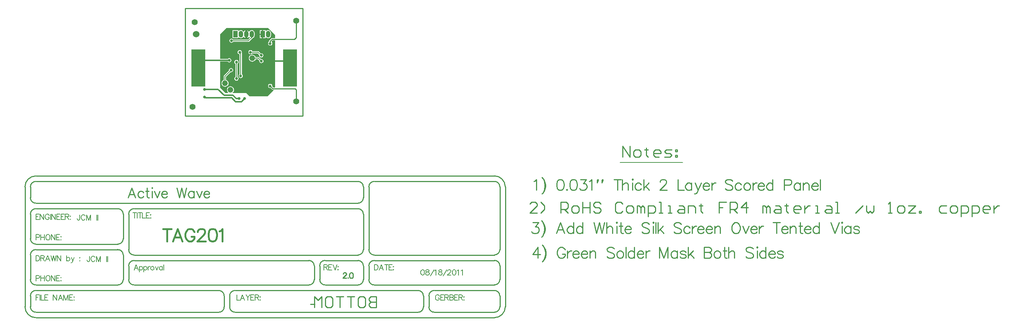
<source format=gbl>
%FSLAX25Y25*%
%MOIN*%
G70*
G01*
G75*
G04 Layer_Physical_Order=2*
G04 Layer_Color=16711680*
%ADD10R,0.03000X0.03000*%
%ADD11C,0.05000*%
%ADD12R,0.01550X0.05000*%
G04:AMPARAMS|DCode=13|XSize=39.37mil|YSize=9.84mil|CornerRadius=2.46mil|HoleSize=0mil|Usage=FLASHONLY|Rotation=0.000|XOffset=0mil|YOffset=0mil|HoleType=Round|Shape=RoundedRectangle|*
%AMROUNDEDRECTD13*
21,1,0.03937,0.00492,0,0,0.0*
21,1,0.03445,0.00984,0,0,0.0*
1,1,0.00492,0.01722,-0.00246*
1,1,0.00492,-0.01722,-0.00246*
1,1,0.00492,-0.01722,0.00246*
1,1,0.00492,0.01722,0.00246*
%
%ADD13ROUNDEDRECTD13*%
G04:AMPARAMS|DCode=14|XSize=39.37mil|YSize=9.84mil|CornerRadius=2.46mil|HoleSize=0mil|Usage=FLASHONLY|Rotation=90.000|XOffset=0mil|YOffset=0mil|HoleType=Round|Shape=RoundedRectangle|*
%AMROUNDEDRECTD14*
21,1,0.03937,0.00492,0,0,90.0*
21,1,0.03445,0.00984,0,0,90.0*
1,1,0.00492,0.00246,0.01722*
1,1,0.00492,0.00246,-0.01722*
1,1,0.00492,-0.00246,-0.01722*
1,1,0.00492,-0.00246,0.01722*
%
%ADD14ROUNDEDRECTD14*%
G04:AMPARAMS|DCode=15|XSize=25.59mil|YSize=9.84mil|CornerRadius=0mil|HoleSize=0mil|Usage=FLASHONLY|Rotation=90.000|XOffset=0mil|YOffset=0mil|HoleType=Round|Shape=Octagon|*
%AMOCTAGOND15*
4,1,8,0.00246,0.01280,-0.00246,0.01280,-0.00492,0.01034,-0.00492,-0.01034,-0.00246,-0.01280,0.00246,-0.01280,0.00492,-0.01034,0.00492,0.01034,0.00246,0.01280,0.0*
%
%ADD15OCTAGOND15*%

G04:AMPARAMS|DCode=16|XSize=25.59mil|YSize=9.84mil|CornerRadius=0mil|HoleSize=0mil|Usage=FLASHONLY|Rotation=180.000|XOffset=0mil|YOffset=0mil|HoleType=Round|Shape=Octagon|*
%AMOCTAGOND16*
4,1,8,-0.01280,0.00246,-0.01280,-0.00246,-0.01034,-0.00492,0.01034,-0.00492,0.01280,-0.00246,0.01280,0.00246,0.01034,0.00492,-0.01034,0.00492,-0.01280,0.00246,0.0*
%
%ADD16OCTAGOND16*%

%ADD17C,0.01000*%
%ADD18C,0.00800*%
%ADD19C,0.01200*%
%ADD20C,0.02000*%
%ADD21C,0.00500*%
%ADD22C,0.01500*%
%ADD23C,0.00900*%
%ADD24C,0.05200*%
%ADD25R,0.04000X0.06200*%
%ADD26O,0.04000X0.06200*%
%ADD27C,0.05500*%
%ADD28C,0.02600*%
%ADD29R,0.13000X0.34000*%
%ADD30C,0.06000*%
G36*
X82500Y74200D02*
Y71522D01*
X79600D01*
X79171Y71436D01*
X78807Y71193D01*
X78807Y71193D01*
X77107Y69493D01*
X76864Y69129D01*
X76778Y68700D01*
X76778Y68700D01*
Y68036D01*
X76530Y67870D01*
X76110Y67241D01*
X75963Y66500D01*
X76110Y65759D01*
X76530Y65130D01*
X77159Y64710D01*
X77900Y64563D01*
X78641Y64710D01*
X79270Y65130D01*
X79690Y65759D01*
X79837Y66500D01*
X79690Y67241D01*
X79270Y67870D01*
X79022Y68036D01*
Y68235D01*
X80065Y69278D01*
X82500D01*
Y26122D01*
X80865D01*
X79779Y27207D01*
X79837Y27500D01*
X79690Y28241D01*
X79270Y28870D01*
X78641Y29290D01*
X77900Y29437D01*
X77159Y29290D01*
X76530Y28870D01*
X76110Y28241D01*
X75963Y27500D01*
X76110Y26759D01*
X76530Y26130D01*
X77159Y25710D01*
X77900Y25563D01*
X78193Y25621D01*
X79607Y24207D01*
X79607Y24207D01*
X79971Y23964D01*
X80400Y23878D01*
X80725D01*
X80917Y23416D01*
X75500Y18000D01*
X59000D01*
X56000Y21000D01*
X43625D01*
X43464Y21474D01*
X43782Y21718D01*
X44295Y22386D01*
X44618Y23165D01*
X44728Y24000D01*
X44618Y24835D01*
X44295Y25614D01*
X43782Y26282D01*
X43114Y26795D01*
X42335Y27118D01*
X41500Y27228D01*
X40665Y27118D01*
X39886Y26795D01*
X39218Y26282D01*
X38705Y25614D01*
X38382Y24835D01*
X38272Y24000D01*
X38382Y23165D01*
X38705Y22386D01*
X39218Y21718D01*
X39536Y21474D01*
X39375Y21000D01*
X37000D01*
X32200Y25800D01*
Y49876D01*
X38932D01*
X39030Y49730D01*
X39659Y49310D01*
X40400Y49163D01*
X41141Y49310D01*
X41770Y49730D01*
X42190Y50359D01*
X42337Y51100D01*
X42190Y51841D01*
X41770Y52470D01*
X41141Y52890D01*
X40400Y53037D01*
X39659Y52890D01*
X39030Y52470D01*
X38932Y52324D01*
X32200D01*
Y75100D01*
X37800Y80700D01*
X76000D01*
X82500Y74200D01*
D02*
G37*
%LPC*%
G36*
X61500Y56228D02*
X60665Y56118D01*
X59886Y55795D01*
X59218Y55282D01*
X58705Y54614D01*
X58382Y53835D01*
X58272Y53000D01*
X58382Y52165D01*
X58705Y51386D01*
X59218Y50718D01*
X59886Y50205D01*
X60665Y49882D01*
X61500Y49772D01*
X62335Y49882D01*
X63114Y50205D01*
X63782Y50718D01*
X64295Y51386D01*
X64541Y51980D01*
X66778D01*
X67945Y50813D01*
X67863Y50400D01*
X68010Y49659D01*
X68430Y49030D01*
X69059Y48610D01*
X69800Y48463D01*
X70541Y48610D01*
X71170Y49030D01*
X71590Y49659D01*
X71737Y50400D01*
X71590Y51141D01*
X71170Y51770D01*
X70541Y52190D01*
X69800Y52337D01*
X69387Y52255D01*
X67921Y53721D01*
X67590Y53942D01*
X67200Y54020D01*
X64541D01*
X64295Y54614D01*
X63782Y55282D01*
X63114Y55795D01*
X62335Y56118D01*
X61500Y56228D01*
D02*
G37*
G36*
X42000Y43937D02*
X41259Y43790D01*
X40630Y43370D01*
X40210Y42741D01*
X40063Y42000D01*
X40145Y41587D01*
X35779Y37221D01*
X35558Y36890D01*
X35480Y36500D01*
Y33041D01*
X34886Y32795D01*
X34218Y32282D01*
X33705Y31614D01*
X33382Y30835D01*
X33272Y30000D01*
X33382Y29165D01*
X33705Y28386D01*
X34218Y27718D01*
X34886Y27205D01*
X35665Y26882D01*
X36500Y26772D01*
X37335Y26882D01*
X38114Y27205D01*
X38782Y27718D01*
X39295Y28386D01*
X39618Y29165D01*
X39728Y30000D01*
X39618Y30835D01*
X39295Y31614D01*
X38782Y32282D01*
X38114Y32795D01*
X37520Y33041D01*
Y36078D01*
X41587Y40145D01*
X42000Y40063D01*
X42741Y40210D01*
X43370Y40630D01*
X43790Y41259D01*
X43937Y42000D01*
X43790Y42741D01*
X43370Y43370D01*
X42741Y43790D01*
X42000Y43937D01*
D02*
G37*
G36*
X47000Y51437D02*
X46259Y51290D01*
X45630Y50870D01*
X45210Y50241D01*
X45063Y49500D01*
X45210Y48759D01*
X45630Y48130D01*
X45980Y47896D01*
Y35904D01*
X45630Y35670D01*
X45210Y35041D01*
X45063Y34300D01*
X45210Y33559D01*
X45630Y32930D01*
X46259Y32510D01*
X47000Y32363D01*
X47741Y32510D01*
X48370Y32930D01*
X48790Y33559D01*
X48937Y34300D01*
X48790Y35041D01*
X48370Y35670D01*
X48020Y35904D01*
Y47896D01*
X48370Y48130D01*
X48790Y48759D01*
X48937Y49500D01*
X48790Y50241D01*
X48370Y50870D01*
X47741Y51290D01*
X47000Y51437D01*
D02*
G37*
G36*
X50000Y60437D02*
X49259Y60290D01*
X48630Y59870D01*
X48210Y59241D01*
X48063Y58500D01*
X48210Y57759D01*
X48630Y57130D01*
X49259Y56710D01*
X49880Y56587D01*
Y38404D01*
X49530Y38170D01*
X49110Y37541D01*
X48963Y36800D01*
X49110Y36059D01*
X49530Y35430D01*
X50159Y35010D01*
X50900Y34863D01*
X51641Y35010D01*
X52270Y35430D01*
X52690Y36059D01*
X52837Y36800D01*
X52690Y37541D01*
X52270Y38170D01*
X51920Y38404D01*
Y57600D01*
X51842Y57990D01*
X51837Y57997D01*
X51937Y58500D01*
X51790Y59241D01*
X51370Y59870D01*
X50741Y60290D01*
X50000Y60437D01*
D02*
G37*
G36*
X59900D02*
X59159Y60290D01*
X58530Y59870D01*
X58110Y59241D01*
X57963Y58500D01*
X58110Y57759D01*
X58530Y57130D01*
X59159Y56710D01*
X59900Y56563D01*
X60641Y56710D01*
X61270Y57130D01*
X61504Y57480D01*
X66341D01*
X67845Y55976D01*
X67763Y55563D01*
X67910Y54822D01*
X68330Y54193D01*
X68959Y53773D01*
X69700Y53626D01*
X70441Y53773D01*
X71070Y54193D01*
X71490Y54822D01*
X71637Y55563D01*
X71490Y56304D01*
X71070Y56933D01*
X70441Y57353D01*
X69700Y57500D01*
X69287Y57418D01*
X67484Y59221D01*
X67153Y59442D01*
X66763Y59520D01*
X61504D01*
X61270Y59870D01*
X60641Y60290D01*
X59900Y60437D01*
D02*
G37*
G36*
X51000Y78722D02*
X50321Y78633D01*
X49689Y78371D01*
X49146Y77954D01*
X49073Y77860D01*
X48600Y78021D01*
Y78700D01*
X43400D01*
Y71300D01*
X48600D01*
Y71979D01*
X49073Y72140D01*
X49146Y72046D01*
X49689Y71629D01*
X50321Y71367D01*
X51000Y71278D01*
X51679Y71367D01*
X52311Y71629D01*
X52854Y72046D01*
X53250Y72561D01*
X53750D01*
X54146Y72046D01*
X54689Y71629D01*
X55321Y71367D01*
X55500Y71343D01*
Y74999D01*
Y78657D01*
X55321Y78633D01*
X54689Y78371D01*
X54146Y77954D01*
X53750Y77439D01*
X53250D01*
X52854Y77954D01*
X52311Y78371D01*
X51679Y78633D01*
X51000Y78722D01*
D02*
G37*
G36*
X76000D02*
X75321Y78633D01*
X74689Y78371D01*
X74146Y77954D01*
X74073Y77860D01*
X73600Y78021D01*
Y78700D01*
X71500D01*
Y74999D01*
Y71300D01*
X73600D01*
Y71979D01*
X74073Y72140D01*
X74146Y72046D01*
X74689Y71629D01*
X75321Y71367D01*
X76000Y71278D01*
X76679Y71367D01*
X77311Y71629D01*
X77854Y72046D01*
X78271Y72589D01*
X78533Y73221D01*
X78622Y73900D01*
Y76100D01*
X78533Y76779D01*
X78271Y77411D01*
X77854Y77954D01*
X77311Y78371D01*
X76679Y78633D01*
X76000Y78722D01*
D02*
G37*
G36*
X61000D02*
X60321Y78633D01*
X59689Y78371D01*
X59146Y77954D01*
X58750Y77439D01*
X58250D01*
X57854Y77954D01*
X57311Y78371D01*
X56679Y78633D01*
X56500Y78657D01*
Y74999D01*
Y71343D01*
X56679Y71367D01*
X57311Y71629D01*
X57854Y72046D01*
X58250Y72561D01*
X58750D01*
X59146Y72046D01*
X59168Y71710D01*
X57478Y70020D01*
X44004D01*
X43770Y70370D01*
X43141Y70790D01*
X42400Y70937D01*
X41659Y70790D01*
X41030Y70370D01*
X40610Y69741D01*
X40463Y69000D01*
X40610Y68259D01*
X41030Y67630D01*
X41659Y67210D01*
X42400Y67063D01*
X43141Y67210D01*
X43770Y67630D01*
X44004Y67980D01*
X57900D01*
X58290Y68058D01*
X58621Y68279D01*
Y68279D01*
X58621D01*
D01*
D01*
D01*
D01*
D01*
D01*
X58621D01*
D01*
X58621D01*
Y68279D01*
D01*
D01*
D01*
D01*
Y68279D01*
D01*
D01*
D01*
D01*
D01*
D01*
Y68279D01*
D01*
D01*
X58621D01*
D01*
D01*
D01*
X61721Y71379D01*
X61726Y71386D01*
X62311Y71629D01*
X62854Y72046D01*
X63271Y72589D01*
X63533Y73221D01*
X63622Y73900D01*
Y76100D01*
X63533Y76779D01*
X63271Y77411D01*
X62854Y77954D01*
X62311Y78371D01*
X61679Y78633D01*
X61000Y78722D01*
D02*
G37*
G36*
X70500Y74500D02*
X68400D01*
Y71300D01*
X70500D01*
Y74500D01*
D02*
G37*
G36*
Y78700D02*
X68400D01*
Y75500D01*
X70500D01*
Y78700D01*
D02*
G37*
%LPD*%
D17*
X100000Y70400D02*
X101700Y72100D01*
X79600Y70400D02*
X100000D01*
X77900Y68700D02*
X79600Y70400D01*
X101700Y72100D02*
Y87500D01*
X77900Y27500D02*
X80400Y25000D01*
X100700D01*
X101700Y13500D02*
Y24000D01*
X100700Y25000D02*
X101700Y24000D01*
X77900Y66500D02*
Y68700D01*
X175200Y-165503D02*
Y-175500D01*
X170202D01*
X168535Y-173834D01*
Y-172168D01*
X170202Y-170502D01*
X175200D01*
X170202D01*
X168535Y-168835D01*
Y-167169D01*
X170202Y-165503D01*
X175200D01*
X160205D02*
X163537D01*
X165203Y-167169D01*
Y-173834D01*
X163537Y-175500D01*
X160205D01*
X158539Y-173834D01*
Y-167169D01*
X160205Y-165503D01*
X155207D02*
X148542D01*
X151874D01*
Y-175500D01*
X145210Y-165503D02*
X138545D01*
X141877D01*
Y-175500D01*
X130215Y-165503D02*
X133547D01*
X135213Y-167169D01*
Y-173834D01*
X133547Y-175500D01*
X130215D01*
X128548Y-173834D01*
Y-167169D01*
X130215Y-165503D01*
X125216Y-175500D02*
Y-165503D01*
X121884Y-168835D01*
X118552Y-165503D01*
Y-175500D01*
X0Y98803D02*
X107753D01*
Y-100D02*
Y98803D01*
X114695Y-172498D02*
X118632D01*
X0Y-100D02*
Y98800D01*
Y-100D02*
X107753D01*
X288306Y-137340D02*
G03*
X283406Y-132440I-4900J0D01*
G01*
X173240Y-132514D02*
G03*
X168240Y-137514I0J-5000D01*
G01*
X283306Y-127440D02*
G03*
X288306Y-122440I0J5000D01*
G01*
X168240Y-122514D02*
G03*
X173240Y-127514I5000J0D01*
G01*
X-136760Y-55014D02*
G03*
X-146760Y-65014I0J-10000D01*
G01*
Y-174914D02*
G03*
X-136837Y-185012I10100J0D01*
G01*
X293238Y-64957D02*
G03*
X283238Y-54957I-10000J0D01*
G01*
X288238Y-64857D02*
G03*
X283167Y-59960I-4900J0D01*
G01*
X283306Y-154940D02*
G03*
X288306Y-149940I0J5000D01*
G01*
X288240Y-164927D02*
G03*
X283240Y-160013I-5000J-87D01*
G01*
X158240Y-155014D02*
G03*
X163240Y-150014I0J5000D01*
G01*
X168240Y-150114D02*
G03*
X173225Y-155013I4900J0D01*
G01*
X163240Y-137414D02*
G03*
X158340Y-132514I-4900J0D01*
G01*
X-141760Y-175014D02*
G03*
X-136848Y-180013I5000J0D01*
G01*
X158327Y-127514D02*
G03*
X163241Y-122514I-87J5000D01*
G01*
X-136760Y-160014D02*
G03*
X-141760Y-165014I0J-5000D01*
G01*
X163240Y-90014D02*
G03*
X158240Y-85014I-5000J0D01*
G01*
Y-80014D02*
G03*
X163240Y-75014I0J5000D01*
G01*
X173240Y-60014D02*
G03*
X168240Y-65014I0J-5000D01*
G01*
X163240Y-65014D02*
G03*
X158240Y-60014I-5000J0D01*
G01*
X-136760Y-60014D02*
G03*
X-141760Y-65014I0J-5000D01*
G01*
Y-75014D02*
G03*
X-136760Y-80014I5000J0D01*
G01*
Y-85014D02*
G03*
X-141760Y-90014I0J-5000D01*
G01*
Y-112514D02*
G03*
X-136760Y-117514I5000J0D01*
G01*
Y-122514D02*
G03*
X-141760Y-127514I0J-5000D01*
G01*
X-141760Y-150014D02*
G03*
X-136848Y-155013I5000J0D01*
G01*
X-46760Y-85014D02*
G03*
X-51760Y-90014I0J-5000D01*
G01*
X-46760Y-132514D02*
G03*
X-51760Y-137514I0J-5000D01*
G01*
X128040Y-132514D02*
G03*
X123246Y-137565I0J-4800D01*
G01*
X123240Y-149914D02*
G03*
X128251Y-155013I5100J0D01*
G01*
X113340Y-155014D02*
G03*
X118239Y-150029I0J4900D01*
G01*
X118240Y-137414D02*
G03*
X113340Y-132514I-4900J0D01*
G01*
X-61660Y-155014D02*
G03*
X-56760Y-150114I0J4900D01*
G01*
X-51760D02*
G03*
X-46860Y-155014I4900J0D01*
G01*
X-51760Y-122614D02*
G03*
X-46860Y-127514I4900J0D01*
G01*
X-56760Y-127414D02*
G03*
X-61831Y-122517I-4900J0D01*
G01*
X-61560Y-117514D02*
G03*
X-56760Y-112714I0J4800D01*
G01*
Y-89914D02*
G03*
X-61660Y-85014I-4900J0D01*
G01*
X228240Y-160014D02*
G03*
X223240Y-165014I0J-5000D01*
G01*
Y-175114D02*
G03*
X228225Y-180013I4900J0D01*
G01*
X213356Y-180014D02*
G03*
X218238Y-175047I84J4800D01*
G01*
X218240Y-165014D02*
G03*
X213240Y-160014I-5000J0D01*
G01*
X40740Y-175014D02*
G03*
X45652Y-180013I5000J0D01*
G01*
X45740Y-160014D02*
G03*
X40740Y-165014I0J-5000D01*
G01*
X30856Y-180014D02*
G03*
X35738Y-175047I84J4800D01*
G01*
X35740Y-165014D02*
G03*
X30740Y-160014I-5000J0D01*
G01*
X283240Y-180014D02*
G03*
X288240Y-175014I0J5000D01*
G01*
X283240Y-185014D02*
G03*
X293240Y-175014I0J10000D01*
G01*
X45740Y-180014D02*
X213240D01*
X-136760Y-180014D02*
X30740D01*
X-136760Y-160014D02*
X30740D01*
X45740D02*
X213240D01*
X228240Y-180014D02*
X283240D01*
X228240Y-160014D02*
X283240D01*
X-136760Y-60014D02*
X158240D01*
X-136760Y-185014D02*
X283240D01*
X-136760Y-155014D02*
X-61760D01*
X-136760Y-122514D02*
X-61760D01*
X-136760Y-117514D02*
X-61760D01*
X-136760Y-85014D02*
X-61760D01*
X-136760Y-80014D02*
X158240D01*
X-46760Y-85014D02*
X158240D01*
X-46760Y-132514D02*
X113240D01*
X-46760Y-155014D02*
X113240D01*
X128240D02*
X158240D01*
X128240Y-132514D02*
X158240D01*
X173240Y-155014D02*
X283240D01*
X173240Y-60014D02*
X283240D01*
X-46760Y-127514D02*
X158240D01*
X173240D02*
X283240D01*
X173240Y-132514D02*
X283240D01*
X35740Y-175014D02*
Y-165014D01*
X40740Y-175014D02*
Y-165014D01*
X218240Y-175014D02*
Y-165014D01*
X223240Y-175014D02*
Y-165014D01*
X293240Y-175014D02*
Y-65014D01*
X-141760Y-150014D02*
Y-127514D01*
X-56760Y-150014D02*
Y-127514D01*
X-141760Y-112514D02*
Y-90014D01*
X-56760Y-112514D02*
Y-90014D01*
X-141760Y-75014D02*
Y-65014D01*
X163240Y-75014D02*
Y-65014D01*
Y-122514D02*
Y-90014D01*
X-51760Y-122514D02*
Y-90014D01*
X118240Y-150014D02*
Y-137514D01*
X-51760Y-150014D02*
Y-137514D01*
X123240Y-150014D02*
Y-137514D01*
X163240Y-150014D02*
Y-137514D01*
X-141760Y-175014D02*
Y-165014D01*
X-146760Y-175014D02*
Y-65014D01*
X168240Y-122514D02*
Y-65014D01*
X288240Y-122514D02*
Y-65014D01*
X168240Y-150014D02*
Y-137514D01*
X288306Y-149940D02*
Y-137340D01*
X-136760Y-55014D02*
X283240D01*
X288240Y-175014D02*
Y-165014D01*
X323027Y-120328D02*
X318266Y-126993D01*
X325408D01*
X323027Y-120328D02*
Y-130326D01*
X327169Y-118424D02*
X328121Y-119376D01*
X329073Y-120804D01*
X330026Y-122709D01*
X330502Y-125089D01*
Y-126993D01*
X330026Y-129374D01*
X329073Y-131278D01*
X328121Y-132706D01*
X327169Y-133659D01*
X328121Y-119376D02*
X329073Y-121280D01*
X329549Y-122709D01*
X330026Y-125089D01*
Y-126993D01*
X329549Y-129374D01*
X329073Y-130802D01*
X328121Y-132706D01*
X347926Y-122709D02*
X347450Y-121756D01*
X346498Y-120804D01*
X345546Y-120328D01*
X343642D01*
X342689Y-120804D01*
X341737Y-121756D01*
X341261Y-122709D01*
X340785Y-124137D01*
Y-126517D01*
X341261Y-127945D01*
X341737Y-128898D01*
X342689Y-129850D01*
X343642Y-130326D01*
X345546D01*
X346498Y-129850D01*
X347450Y-128898D01*
X347926Y-127945D01*
Y-126517D01*
X345546D02*
X347926D01*
X350212Y-123661D02*
Y-130326D01*
Y-126517D02*
X350688Y-125089D01*
X351640Y-124137D01*
X352592Y-123661D01*
X354020D01*
X354925Y-126517D02*
X360638D01*
Y-125565D01*
X360162Y-124613D01*
X359686Y-124137D01*
X358734Y-123661D01*
X357305D01*
X356353Y-124137D01*
X355401Y-125089D01*
X354925Y-126517D01*
Y-127470D01*
X355401Y-128898D01*
X356353Y-129850D01*
X357305Y-130326D01*
X358734D01*
X359686Y-129850D01*
X360638Y-128898D01*
X362780Y-126517D02*
X368494D01*
Y-125565D01*
X368017Y-124613D01*
X367541Y-124137D01*
X366589Y-123661D01*
X365161D01*
X364209Y-124137D01*
X363257Y-125089D01*
X362780Y-126517D01*
Y-127470D01*
X363257Y-128898D01*
X364209Y-129850D01*
X365161Y-130326D01*
X366589D01*
X367541Y-129850D01*
X368494Y-128898D01*
X370636Y-123661D02*
Y-130326D01*
Y-125565D02*
X372064Y-124137D01*
X373016Y-123661D01*
X374445D01*
X375397Y-124137D01*
X375873Y-125565D01*
Y-130326D01*
X393012Y-121756D02*
X392060Y-120804D01*
X390632Y-120328D01*
X388727D01*
X387299Y-120804D01*
X386347Y-121756D01*
Y-122709D01*
X386823Y-123661D01*
X387299Y-124137D01*
X388251Y-124613D01*
X391108Y-125565D01*
X392060Y-126041D01*
X392536Y-126517D01*
X393012Y-127470D01*
Y-128898D01*
X392060Y-129850D01*
X390632Y-130326D01*
X388727D01*
X387299Y-129850D01*
X386347Y-128898D01*
X397630Y-123661D02*
X396678Y-124137D01*
X395726Y-125089D01*
X395250Y-126517D01*
Y-127470D01*
X395726Y-128898D01*
X396678Y-129850D01*
X397630Y-130326D01*
X399058D01*
X400010Y-129850D01*
X400963Y-128898D01*
X401439Y-127470D01*
Y-126517D01*
X400963Y-125089D01*
X400010Y-124137D01*
X399058Y-123661D01*
X397630D01*
X403629Y-120328D02*
Y-130326D01*
X411437Y-120328D02*
Y-130326D01*
Y-125089D02*
X410485Y-124137D01*
X409532Y-123661D01*
X408104D01*
X407152Y-124137D01*
X406200Y-125089D01*
X405724Y-126517D01*
Y-127470D01*
X406200Y-128898D01*
X407152Y-129850D01*
X408104Y-130326D01*
X409532D01*
X410485Y-129850D01*
X411437Y-128898D01*
X414103Y-126517D02*
X419816D01*
Y-125565D01*
X419340Y-124613D01*
X418864Y-124137D01*
X417911Y-123661D01*
X416483D01*
X415531Y-124137D01*
X414579Y-125089D01*
X414103Y-126517D01*
Y-127470D01*
X414579Y-128898D01*
X415531Y-129850D01*
X416483Y-130326D01*
X417911D01*
X418864Y-129850D01*
X419816Y-128898D01*
X421958Y-123661D02*
Y-130326D01*
Y-126517D02*
X422434Y-125089D01*
X423386Y-124137D01*
X424339Y-123661D01*
X425767D01*
X434527Y-120328D02*
Y-130326D01*
Y-120328D02*
X438336Y-130326D01*
X442144Y-120328D02*
X438336Y-130326D01*
X442144Y-120328D02*
Y-130326D01*
X450714Y-123661D02*
Y-130326D01*
Y-125089D02*
X449762Y-124137D01*
X448810Y-123661D01*
X447381D01*
X446429Y-124137D01*
X445477Y-125089D01*
X445001Y-126517D01*
Y-127470D01*
X445477Y-128898D01*
X446429Y-129850D01*
X447381Y-130326D01*
X448810D01*
X449762Y-129850D01*
X450714Y-128898D01*
X458617Y-125089D02*
X458141Y-124137D01*
X456713Y-123661D01*
X455284D01*
X453856Y-124137D01*
X453380Y-125089D01*
X453856Y-126041D01*
X454808Y-126517D01*
X457189Y-126993D01*
X458141Y-127470D01*
X458617Y-128422D01*
Y-128898D01*
X458141Y-129850D01*
X456713Y-130326D01*
X455284D01*
X453856Y-129850D01*
X453380Y-128898D01*
X460712Y-120328D02*
Y-130326D01*
X465473Y-123661D02*
X460712Y-128422D01*
X462616Y-126517D02*
X465949Y-130326D01*
X475375Y-120328D02*
Y-130326D01*
Y-120328D02*
X479660D01*
X481088Y-120804D01*
X481565Y-121280D01*
X482041Y-122232D01*
Y-123185D01*
X481565Y-124137D01*
X481088Y-124613D01*
X479660Y-125089D01*
X475375D02*
X479660D01*
X481088Y-125565D01*
X481565Y-126041D01*
X482041Y-126993D01*
Y-128422D01*
X481565Y-129374D01*
X481088Y-129850D01*
X479660Y-130326D01*
X475375D01*
X486659Y-123661D02*
X485707Y-124137D01*
X484754Y-125089D01*
X484278Y-126517D01*
Y-127470D01*
X484754Y-128898D01*
X485707Y-129850D01*
X486659Y-130326D01*
X488087D01*
X489039Y-129850D01*
X489991Y-128898D01*
X490467Y-127470D01*
Y-126517D01*
X489991Y-125089D01*
X489039Y-124137D01*
X488087Y-123661D01*
X486659D01*
X494086Y-120328D02*
Y-128422D01*
X494562Y-129850D01*
X495514Y-130326D01*
X496466D01*
X492657Y-123661D02*
X495990D01*
X497894Y-120328D02*
Y-130326D01*
Y-125565D02*
X499323Y-124137D01*
X500275Y-123661D01*
X501703D01*
X502655Y-124137D01*
X503131Y-125565D01*
Y-130326D01*
X520270Y-121756D02*
X519318Y-120804D01*
X517890Y-120328D01*
X515986D01*
X514557Y-120804D01*
X513605Y-121756D01*
Y-122709D01*
X514081Y-123661D01*
X514557Y-124137D01*
X515510Y-124613D01*
X518366Y-125565D01*
X519318Y-126041D01*
X519794Y-126517D01*
X520270Y-127470D01*
Y-128898D01*
X519318Y-129850D01*
X517890Y-130326D01*
X515986D01*
X514557Y-129850D01*
X513605Y-128898D01*
X523460Y-120328D02*
X523936Y-120804D01*
X524412Y-120328D01*
X523936Y-119852D01*
X523460Y-120328D01*
X523936Y-123661D02*
Y-130326D01*
X531887Y-120328D02*
Y-130326D01*
Y-125089D02*
X530935Y-124137D01*
X529983Y-123661D01*
X528554D01*
X527602Y-124137D01*
X526650Y-125089D01*
X526174Y-126517D01*
Y-127470D01*
X526650Y-128898D01*
X527602Y-129850D01*
X528554Y-130326D01*
X529983D01*
X530935Y-129850D01*
X531887Y-128898D01*
X534553Y-126517D02*
X540266D01*
Y-125565D01*
X539790Y-124613D01*
X539314Y-124137D01*
X538362Y-123661D01*
X536934D01*
X535981Y-124137D01*
X535029Y-125089D01*
X534553Y-126517D01*
Y-127470D01*
X535029Y-128898D01*
X535981Y-129850D01*
X536934Y-130326D01*
X538362D01*
X539314Y-129850D01*
X540266Y-128898D01*
X547646Y-125089D02*
X547169Y-124137D01*
X545741Y-123661D01*
X544313D01*
X542885Y-124137D01*
X542409Y-125089D01*
X542885Y-126041D01*
X543837Y-126517D01*
X546217Y-126993D01*
X547169Y-127470D01*
X547646Y-128422D01*
Y-128898D01*
X547169Y-129850D01*
X545741Y-130326D01*
X544313D01*
X542885Y-129850D01*
X542409Y-128898D01*
X400874Y-37626D02*
Y-27629D01*
X407538Y-37626D01*
Y-27629D01*
X412537Y-37626D02*
X415869D01*
X417535Y-35960D01*
Y-32628D01*
X415869Y-30962D01*
X412537D01*
X410871Y-32628D01*
Y-35960D01*
X412537Y-37626D01*
X422533Y-29295D02*
Y-30962D01*
X420867D01*
X424199D01*
X422533D01*
Y-35960D01*
X424199Y-37626D01*
X434196D02*
X430864D01*
X429198Y-35960D01*
Y-32628D01*
X430864Y-30962D01*
X434196D01*
X435862Y-32628D01*
Y-34294D01*
X429198D01*
X439195Y-37626D02*
X444193D01*
X445859Y-35960D01*
X444193Y-34294D01*
X440861D01*
X439195Y-32628D01*
X440861Y-30962D01*
X445859D01*
X449192D02*
X450858D01*
Y-32628D01*
X449192D01*
Y-30962D01*
Y-35960D02*
X450858D01*
Y-37626D01*
X449192D01*
Y-35960D01*
X319372Y-60042D02*
X320324Y-59566D01*
X321753Y-58138D01*
Y-68135D01*
X326704Y-56233D02*
X327656Y-57185D01*
X328608Y-58614D01*
X329560Y-60518D01*
X330037Y-62898D01*
Y-64803D01*
X329560Y-67183D01*
X328608Y-69087D01*
X327656Y-70516D01*
X326704Y-71468D01*
X327656Y-57185D02*
X328608Y-59090D01*
X329084Y-60518D01*
X329560Y-62898D01*
Y-64803D01*
X329084Y-67183D01*
X328608Y-68611D01*
X327656Y-70516D01*
X343177Y-58138D02*
X341748Y-58614D01*
X340796Y-60042D01*
X340320Y-62422D01*
Y-63850D01*
X340796Y-66231D01*
X341748Y-67659D01*
X343177Y-68135D01*
X344129D01*
X345557Y-67659D01*
X346509Y-66231D01*
X346985Y-63850D01*
Y-62422D01*
X346509Y-60042D01*
X345557Y-58614D01*
X344129Y-58138D01*
X343177D01*
X349699Y-67183D02*
X349223Y-67659D01*
X349699Y-68135D01*
X350175Y-67659D01*
X349699Y-67183D01*
X355222Y-58138D02*
X353793Y-58614D01*
X352841Y-60042D01*
X352365Y-62422D01*
Y-63850D01*
X352841Y-66231D01*
X353793Y-67659D01*
X355222Y-68135D01*
X356174D01*
X357602Y-67659D01*
X358554Y-66231D01*
X359030Y-63850D01*
Y-62422D01*
X358554Y-60042D01*
X357602Y-58614D01*
X356174Y-58138D01*
X355222D01*
X362220D02*
X367457D01*
X364601Y-61946D01*
X366029D01*
X366981Y-62422D01*
X367457Y-62898D01*
X367933Y-64327D01*
Y-65279D01*
X367457Y-66707D01*
X366505Y-67659D01*
X365077Y-68135D01*
X363648D01*
X362220Y-67659D01*
X361744Y-67183D01*
X361268Y-66231D01*
X370171Y-60042D02*
X371123Y-59566D01*
X372551Y-58138D01*
Y-68135D01*
X377979Y-58138D02*
X377503Y-58614D01*
Y-61470D01*
X377979Y-58614D02*
X377503Y-61470D01*
X377979Y-58138D02*
X378455Y-58614D01*
X377503Y-61470D01*
X382263Y-58138D02*
X381787Y-58614D01*
Y-61470D01*
X382263Y-58614D02*
X381787Y-61470D01*
X382263Y-58138D02*
X382740Y-58614D01*
X381787Y-61470D01*
X396022Y-58138D02*
Y-68135D01*
X392690Y-58138D02*
X399355D01*
X400545D02*
Y-68135D01*
Y-63374D02*
X401973Y-61946D01*
X402926Y-61470D01*
X404354D01*
X405306Y-61946D01*
X405782Y-63374D01*
Y-68135D01*
X409353Y-58138D02*
X409829Y-58614D01*
X410305Y-58138D01*
X409829Y-57661D01*
X409353Y-58138D01*
X409829Y-61470D02*
Y-68135D01*
X417780Y-62898D02*
X416827Y-61946D01*
X415875Y-61470D01*
X414447D01*
X413495Y-61946D01*
X412543Y-62898D01*
X412067Y-64327D01*
Y-65279D01*
X412543Y-66707D01*
X413495Y-67659D01*
X414447Y-68135D01*
X415875D01*
X416827Y-67659D01*
X417780Y-66707D01*
X419922Y-58138D02*
Y-68135D01*
X424683Y-61470D02*
X419922Y-66231D01*
X421826Y-64327D02*
X425159Y-68135D01*
X435062Y-60518D02*
Y-60042D01*
X435538Y-59090D01*
X436014Y-58614D01*
X436966Y-58138D01*
X438870D01*
X439823Y-58614D01*
X440299Y-59090D01*
X440775Y-60042D01*
Y-60994D01*
X440299Y-61946D01*
X439347Y-63374D01*
X434586Y-68135D01*
X441251D01*
X451344Y-58138D02*
Y-68135D01*
X457057D01*
X463865Y-61470D02*
Y-68135D01*
Y-62898D02*
X462913Y-61946D01*
X461961Y-61470D01*
X460532D01*
X459580Y-61946D01*
X458628Y-62898D01*
X458152Y-64327D01*
Y-65279D01*
X458628Y-66707D01*
X459580Y-67659D01*
X460532Y-68135D01*
X461961D01*
X462913Y-67659D01*
X463865Y-66707D01*
X467007Y-61470D02*
X469864Y-68135D01*
X472720Y-61470D02*
X469864Y-68135D01*
X468912Y-70040D01*
X467959Y-70992D01*
X467007Y-71468D01*
X466531D01*
X474387Y-64327D02*
X480100D01*
Y-63374D01*
X479624Y-62422D01*
X479147Y-61946D01*
X478195Y-61470D01*
X476767D01*
X475815Y-61946D01*
X474863Y-62898D01*
X474387Y-64327D01*
Y-65279D01*
X474863Y-66707D01*
X475815Y-67659D01*
X476767Y-68135D01*
X478195D01*
X479147Y-67659D01*
X480100Y-66707D01*
X482242Y-61470D02*
Y-68135D01*
Y-64327D02*
X482718Y-62898D01*
X483670Y-61946D01*
X484622Y-61470D01*
X486051D01*
X501476Y-59566D02*
X500524Y-58614D01*
X499096Y-58138D01*
X497191D01*
X495763Y-58614D01*
X494811Y-59566D01*
Y-60518D01*
X495287Y-61470D01*
X495763Y-61946D01*
X496715Y-62422D01*
X499572Y-63374D01*
X500524Y-63850D01*
X501000Y-64327D01*
X501476Y-65279D01*
Y-66707D01*
X500524Y-67659D01*
X499096Y-68135D01*
X497191D01*
X495763Y-67659D01*
X494811Y-66707D01*
X509427Y-62898D02*
X508474Y-61946D01*
X507522Y-61470D01*
X506094D01*
X505142Y-61946D01*
X504190Y-62898D01*
X503714Y-64327D01*
Y-65279D01*
X504190Y-66707D01*
X505142Y-67659D01*
X506094Y-68135D01*
X507522D01*
X508474Y-67659D01*
X509427Y-66707D01*
X513949Y-61470D02*
X512997Y-61946D01*
X512045Y-62898D01*
X511569Y-64327D01*
Y-65279D01*
X512045Y-66707D01*
X512997Y-67659D01*
X513949Y-68135D01*
X515378D01*
X516330Y-67659D01*
X517282Y-66707D01*
X517758Y-65279D01*
Y-64327D01*
X517282Y-62898D01*
X516330Y-61946D01*
X515378Y-61470D01*
X513949D01*
X519948D02*
Y-68135D01*
Y-64327D02*
X520424Y-62898D01*
X521377Y-61946D01*
X522329Y-61470D01*
X523757D01*
X524661Y-64327D02*
X530375D01*
Y-63374D01*
X529899Y-62422D01*
X529422Y-61946D01*
X528470Y-61470D01*
X527042D01*
X526090Y-61946D01*
X525138Y-62898D01*
X524661Y-64327D01*
Y-65279D01*
X525138Y-66707D01*
X526090Y-67659D01*
X527042Y-68135D01*
X528470D01*
X529422Y-67659D01*
X530375Y-66707D01*
X538230Y-58138D02*
Y-68135D01*
Y-62898D02*
X537278Y-61946D01*
X536326Y-61470D01*
X534898D01*
X533945Y-61946D01*
X532993Y-62898D01*
X532517Y-64327D01*
Y-65279D01*
X532993Y-66707D01*
X533945Y-67659D01*
X534898Y-68135D01*
X536326D01*
X537278Y-67659D01*
X538230Y-66707D01*
X548752Y-63374D02*
X553036D01*
X554465Y-62898D01*
X554941Y-62422D01*
X555417Y-61470D01*
Y-60042D01*
X554941Y-59090D01*
X554465Y-58614D01*
X553036Y-58138D01*
X548752D01*
Y-68135D01*
X563368Y-61470D02*
Y-68135D01*
Y-62898D02*
X562415Y-61946D01*
X561463Y-61470D01*
X560035D01*
X559083Y-61946D01*
X558131Y-62898D01*
X557654Y-64327D01*
Y-65279D01*
X558131Y-66707D01*
X559083Y-67659D01*
X560035Y-68135D01*
X561463D01*
X562415Y-67659D01*
X563368Y-66707D01*
X566034Y-61470D02*
Y-68135D01*
Y-63374D02*
X567462Y-61946D01*
X568414Y-61470D01*
X569842D01*
X570794Y-61946D01*
X571271Y-63374D01*
Y-68135D01*
X573889Y-64327D02*
X579602D01*
Y-63374D01*
X579126Y-62422D01*
X578650Y-61946D01*
X577698Y-61470D01*
X576269D01*
X575317Y-61946D01*
X574365Y-62898D01*
X573889Y-64327D01*
Y-65279D01*
X574365Y-66707D01*
X575317Y-67659D01*
X576269Y-68135D01*
X577698D01*
X578650Y-67659D01*
X579602Y-66707D01*
X581745Y-58138D02*
Y-68135D01*
X318352Y-97802D02*
X323589D01*
X320733Y-101611D01*
X322161D01*
X323113Y-102087D01*
X323589Y-102563D01*
X324065Y-103991D01*
Y-104944D01*
X323589Y-106372D01*
X322637Y-107324D01*
X321209Y-107800D01*
X319780D01*
X318352Y-107324D01*
X317876Y-106848D01*
X317400Y-105896D01*
X326303Y-95898D02*
X327255Y-96850D01*
X328207Y-98278D01*
X329159Y-100183D01*
X329636Y-102563D01*
Y-104467D01*
X329159Y-106848D01*
X328207Y-108752D01*
X327255Y-110180D01*
X326303Y-111133D01*
X327255Y-96850D02*
X328207Y-98754D01*
X328683Y-100183D01*
X329159Y-102563D01*
Y-104467D01*
X328683Y-106848D01*
X328207Y-108276D01*
X327255Y-110180D01*
X347536Y-107800D02*
X343728Y-97802D01*
X339919Y-107800D01*
X341347Y-104467D02*
X346108D01*
X355582Y-97802D02*
Y-107800D01*
Y-102563D02*
X354630Y-101611D01*
X353678Y-101135D01*
X352250D01*
X351297Y-101611D01*
X350345Y-102563D01*
X349869Y-103991D01*
Y-104944D01*
X350345Y-106372D01*
X351297Y-107324D01*
X352250Y-107800D01*
X353678D01*
X354630Y-107324D01*
X355582Y-106372D01*
X363962Y-97802D02*
Y-107800D01*
Y-102563D02*
X363009Y-101611D01*
X362057Y-101135D01*
X360629D01*
X359677Y-101611D01*
X358724Y-102563D01*
X358248Y-103991D01*
Y-104944D01*
X358724Y-106372D01*
X359677Y-107324D01*
X360629Y-107800D01*
X362057D01*
X363009Y-107324D01*
X363962Y-106372D01*
X374483Y-97802D02*
X376864Y-107800D01*
X379244Y-97802D02*
X376864Y-107800D01*
X379244Y-97802D02*
X381624Y-107800D01*
X384005Y-97802D02*
X381624Y-107800D01*
X386004Y-97802D02*
Y-107800D01*
Y-103039D02*
X387433Y-101611D01*
X388385Y-101135D01*
X389813D01*
X390765Y-101611D01*
X391241Y-103039D01*
Y-107800D01*
X394812Y-97802D02*
X395288Y-98278D01*
X395764Y-97802D01*
X395288Y-97326D01*
X394812Y-97802D01*
X395288Y-101135D02*
Y-107800D01*
X398954Y-97802D02*
Y-105896D01*
X399430Y-107324D01*
X400382Y-107800D01*
X401334D01*
X397526Y-101135D02*
X400858D01*
X402763Y-103991D02*
X408476D01*
Y-103039D01*
X408000Y-102087D01*
X407523Y-101611D01*
X406571Y-101135D01*
X405143D01*
X404191Y-101611D01*
X403239Y-102563D01*
X402763Y-103991D01*
Y-104944D01*
X403239Y-106372D01*
X404191Y-107324D01*
X405143Y-107800D01*
X406571D01*
X407523Y-107324D01*
X408476Y-106372D01*
X425139Y-99230D02*
X424187Y-98278D01*
X422758Y-97802D01*
X420854D01*
X419426Y-98278D01*
X418474Y-99230D01*
Y-100183D01*
X418950Y-101135D01*
X419426Y-101611D01*
X420378Y-102087D01*
X423235Y-103039D01*
X424187Y-103515D01*
X424663Y-103991D01*
X425139Y-104944D01*
Y-106372D01*
X424187Y-107324D01*
X422758Y-107800D01*
X420854D01*
X419426Y-107324D01*
X418474Y-106372D01*
X428329Y-97802D02*
X428805Y-98278D01*
X429281Y-97802D01*
X428805Y-97326D01*
X428329Y-97802D01*
X428805Y-101135D02*
Y-107800D01*
X431042Y-97802D02*
Y-107800D01*
X433137Y-97802D02*
Y-107800D01*
X437898Y-101135D02*
X433137Y-105896D01*
X435041Y-103991D02*
X438374Y-107800D01*
X454466Y-99230D02*
X453514Y-98278D01*
X452085Y-97802D01*
X450181D01*
X448753Y-98278D01*
X447801Y-99230D01*
Y-100183D01*
X448277Y-101135D01*
X448753Y-101611D01*
X449705Y-102087D01*
X452562Y-103039D01*
X453514Y-103515D01*
X453990Y-103991D01*
X454466Y-104944D01*
Y-106372D01*
X453514Y-107324D01*
X452085Y-107800D01*
X450181D01*
X448753Y-107324D01*
X447801Y-106372D01*
X462417Y-102563D02*
X461464Y-101611D01*
X460512Y-101135D01*
X459084D01*
X458132Y-101611D01*
X457180Y-102563D01*
X456704Y-103991D01*
Y-104944D01*
X457180Y-106372D01*
X458132Y-107324D01*
X459084Y-107800D01*
X460512D01*
X461464Y-107324D01*
X462417Y-106372D01*
X464559Y-101135D02*
Y-107800D01*
Y-103991D02*
X465035Y-102563D01*
X465987Y-101611D01*
X466939Y-101135D01*
X468368D01*
X469272Y-103991D02*
X474985D01*
Y-103039D01*
X474509Y-102087D01*
X474033Y-101611D01*
X473081Y-101135D01*
X471653D01*
X470701Y-101611D01*
X469748Y-102563D01*
X469272Y-103991D01*
Y-104944D01*
X469748Y-106372D01*
X470701Y-107324D01*
X471653Y-107800D01*
X473081D01*
X474033Y-107324D01*
X474985Y-106372D01*
X477128Y-103991D02*
X482841D01*
Y-103039D01*
X482365Y-102087D01*
X481889Y-101611D01*
X480936Y-101135D01*
X479508D01*
X478556Y-101611D01*
X477604Y-102563D01*
X477128Y-103991D01*
Y-104944D01*
X477604Y-106372D01*
X478556Y-107324D01*
X479508Y-107800D01*
X480936D01*
X481889Y-107324D01*
X482841Y-106372D01*
X484983Y-101135D02*
Y-107800D01*
Y-103039D02*
X486411Y-101611D01*
X487364Y-101135D01*
X488792D01*
X489744Y-101611D01*
X490220Y-103039D01*
Y-107800D01*
X503551Y-97802D02*
X502598Y-98278D01*
X501646Y-99230D01*
X501170Y-100183D01*
X500694Y-101611D01*
Y-103991D01*
X501170Y-105420D01*
X501646Y-106372D01*
X502598Y-107324D01*
X503551Y-107800D01*
X505455D01*
X506407Y-107324D01*
X507359Y-106372D01*
X507835Y-105420D01*
X508312Y-103991D01*
Y-101611D01*
X507835Y-100183D01*
X507359Y-99230D01*
X506407Y-98278D01*
X505455Y-97802D01*
X503551D01*
X510644Y-101135D02*
X513501Y-107800D01*
X516357Y-101135D02*
X513501Y-107800D01*
X517976Y-103991D02*
X523689D01*
Y-103039D01*
X523213Y-102087D01*
X522737Y-101611D01*
X521785Y-101135D01*
X520357D01*
X519404Y-101611D01*
X518452Y-102563D01*
X517976Y-103991D01*
Y-104944D01*
X518452Y-106372D01*
X519404Y-107324D01*
X520357Y-107800D01*
X521785D01*
X522737Y-107324D01*
X523689Y-106372D01*
X525832Y-101135D02*
Y-107800D01*
Y-103991D02*
X526308Y-102563D01*
X527260Y-101611D01*
X528212Y-101135D01*
X529640D01*
X541733Y-97802D02*
Y-107800D01*
X538400Y-97802D02*
X545065D01*
X546256Y-103991D02*
X551969D01*
Y-103039D01*
X551493Y-102087D01*
X551017Y-101611D01*
X550064Y-101135D01*
X548636D01*
X547684Y-101611D01*
X546732Y-102563D01*
X546256Y-103991D01*
Y-104944D01*
X546732Y-106372D01*
X547684Y-107324D01*
X548636Y-107800D01*
X550064D01*
X551017Y-107324D01*
X551969Y-106372D01*
X554111Y-101135D02*
Y-107800D01*
Y-103039D02*
X555540Y-101611D01*
X556492Y-101135D01*
X557920D01*
X558872Y-101611D01*
X559348Y-103039D01*
Y-107800D01*
X563395Y-97802D02*
Y-105896D01*
X563871Y-107324D01*
X564823Y-107800D01*
X565775D01*
X561967Y-101135D02*
X565299D01*
X567204Y-103991D02*
X572917D01*
Y-103039D01*
X572441Y-102087D01*
X571965Y-101611D01*
X571012Y-101135D01*
X569584D01*
X568632Y-101611D01*
X567680Y-102563D01*
X567204Y-103991D01*
Y-104944D01*
X567680Y-106372D01*
X568632Y-107324D01*
X569584Y-107800D01*
X571012D01*
X571965Y-107324D01*
X572917Y-106372D01*
X580772Y-97802D02*
Y-107800D01*
Y-102563D02*
X579820Y-101611D01*
X578868Y-101135D01*
X577439D01*
X576487Y-101611D01*
X575535Y-102563D01*
X575059Y-103991D01*
Y-104944D01*
X575535Y-106372D01*
X576487Y-107324D01*
X577439Y-107800D01*
X578868D01*
X579820Y-107324D01*
X580772Y-106372D01*
X591294Y-97802D02*
X595102Y-107800D01*
X598911Y-97802D02*
X595102Y-107800D01*
X601149Y-97802D02*
X601625Y-98278D01*
X602101Y-97802D01*
X601625Y-97326D01*
X601149Y-97802D01*
X601625Y-101135D02*
Y-107800D01*
X609576Y-101135D02*
Y-107800D01*
Y-102563D02*
X608623Y-101611D01*
X607671Y-101135D01*
X606243D01*
X605291Y-101611D01*
X604339Y-102563D01*
X603862Y-103991D01*
Y-104944D01*
X604339Y-106372D01*
X605291Y-107324D01*
X606243Y-107800D01*
X607671D01*
X608623Y-107324D01*
X609576Y-106372D01*
X617479Y-102563D02*
X617002Y-101611D01*
X615574Y-101135D01*
X614146D01*
X612718Y-101611D01*
X612242Y-102563D01*
X612718Y-103515D01*
X613670Y-103991D01*
X616050Y-104467D01*
X617002Y-104944D01*
X617479Y-105896D01*
Y-106372D01*
X617002Y-107324D01*
X615574Y-107800D01*
X614146D01*
X612718Y-107324D01*
X612242Y-106372D01*
X322463Y-88942D02*
X315798D01*
X322463Y-82278D01*
Y-80612D01*
X320797Y-78946D01*
X317465D01*
X315798Y-80612D01*
X325795Y-88942D02*
X329128Y-85610D01*
Y-82278D01*
X325795Y-78946D01*
X344123Y-88942D02*
Y-78946D01*
X349121D01*
X350787Y-80612D01*
Y-83944D01*
X349121Y-85610D01*
X344123D01*
X347455D02*
X350787Y-88942D01*
X355785D02*
X359118D01*
X360784Y-87276D01*
Y-83944D01*
X359118Y-82278D01*
X355785D01*
X354119Y-83944D01*
Y-87276D01*
X355785Y-88942D01*
X364116Y-78946D02*
Y-88942D01*
Y-83944D01*
X370781D01*
Y-78946D01*
Y-88942D01*
X380777Y-80612D02*
X379111Y-78946D01*
X375779D01*
X374113Y-80612D01*
Y-82278D01*
X375779Y-83944D01*
X379111D01*
X380777Y-85610D01*
Y-87276D01*
X379111Y-88942D01*
X375779D01*
X374113Y-87276D01*
X400771Y-80612D02*
X399105Y-78946D01*
X395773D01*
X394107Y-80612D01*
Y-87276D01*
X395773Y-88942D01*
X399105D01*
X400771Y-87276D01*
X405769Y-88942D02*
X409102D01*
X410768Y-87276D01*
Y-83944D01*
X409102Y-82278D01*
X405769D01*
X404103Y-83944D01*
Y-87276D01*
X405769Y-88942D01*
X414100D02*
Y-82278D01*
X415766D01*
X417432Y-83944D01*
Y-88942D01*
Y-83944D01*
X419098Y-82278D01*
X420764Y-83944D01*
Y-88942D01*
X424097Y-92275D02*
Y-82278D01*
X429095D01*
X430761Y-83944D01*
Y-87276D01*
X429095Y-88942D01*
X424097D01*
X434094D02*
X437426D01*
X435760D01*
Y-78946D01*
X434094D01*
X442424Y-88942D02*
X445756D01*
X444090D01*
Y-82278D01*
X442424D01*
X452421D02*
X455753D01*
X457419Y-83944D01*
Y-88942D01*
X452421D01*
X450755Y-87276D01*
X452421Y-85610D01*
X457419D01*
X460752Y-88942D02*
Y-82278D01*
X465750D01*
X467416Y-83944D01*
Y-88942D01*
X472414Y-80612D02*
Y-82278D01*
X470748D01*
X474081D01*
X472414D01*
Y-87276D01*
X474081Y-88942D01*
X495740Y-78946D02*
X489076D01*
Y-83944D01*
X492408D01*
X489076D01*
Y-88942D01*
X499073D02*
Y-78946D01*
X504071D01*
X505737Y-80612D01*
Y-83944D01*
X504071Y-85610D01*
X499073D01*
X502405D02*
X505737Y-88942D01*
X514068D02*
Y-78946D01*
X509069Y-83944D01*
X515734D01*
X529063Y-88942D02*
Y-82278D01*
X530729D01*
X532395Y-83944D01*
Y-88942D01*
Y-83944D01*
X534061Y-82278D01*
X535727Y-83944D01*
Y-88942D01*
X540726Y-82278D02*
X544058D01*
X545724Y-83944D01*
Y-88942D01*
X540726D01*
X539060Y-87276D01*
X540726Y-85610D01*
X545724D01*
X550723Y-80612D02*
Y-82278D01*
X549056D01*
X552389D01*
X550723D01*
Y-87276D01*
X552389Y-88942D01*
X562385D02*
X559053D01*
X557387Y-87276D01*
Y-83944D01*
X559053Y-82278D01*
X562385D01*
X564051Y-83944D01*
Y-85610D01*
X557387D01*
X567384Y-82278D02*
Y-88942D01*
Y-85610D01*
X569050Y-83944D01*
X570716Y-82278D01*
X572382D01*
X577381Y-88942D02*
X580713D01*
X579047D01*
Y-82278D01*
X577381D01*
X587377D02*
X590710D01*
X592376Y-83944D01*
Y-88942D01*
X587377D01*
X585711Y-87276D01*
X587377Y-85610D01*
X592376D01*
X595708Y-88942D02*
X599040D01*
X597374D01*
Y-78946D01*
X595708D01*
X614035Y-88942D02*
X620700Y-82278D01*
X624032D02*
Y-87276D01*
X625698Y-88942D01*
X627364Y-87276D01*
X629031Y-88942D01*
X630697Y-87276D01*
Y-82278D01*
X644026Y-88942D02*
X647358D01*
X645692D01*
Y-78946D01*
X644026Y-80612D01*
X654023Y-88942D02*
X657355D01*
X659021Y-87276D01*
Y-83944D01*
X657355Y-82278D01*
X654023D01*
X652356Y-83944D01*
Y-87276D01*
X654023Y-88942D01*
X662353Y-82278D02*
X669018D01*
X662353Y-88942D01*
X669018D01*
X672350D02*
Y-87276D01*
X674016D01*
Y-88942D01*
X672350D01*
X697342Y-82278D02*
X692343D01*
X690677Y-83944D01*
Y-87276D01*
X692343Y-88942D01*
X697342D01*
X702340D02*
X705672D01*
X707339Y-87276D01*
Y-83944D01*
X705672Y-82278D01*
X702340D01*
X700674Y-83944D01*
Y-87276D01*
X702340Y-88942D01*
X710671Y-92275D02*
Y-82278D01*
X715669D01*
X717335Y-83944D01*
Y-87276D01*
X715669Y-88942D01*
X710671D01*
X720668Y-92275D02*
Y-82278D01*
X725666D01*
X727332Y-83944D01*
Y-87276D01*
X725666Y-88942D01*
X720668D01*
X735663D02*
X732331D01*
X730664Y-87276D01*
Y-83944D01*
X732331Y-82278D01*
X735663D01*
X737329Y-83944D01*
Y-85610D01*
X730664D01*
X740661Y-82278D02*
Y-88942D01*
Y-85610D01*
X742327Y-83944D01*
X743993Y-82278D01*
X745659D01*
D18*
X47000Y34300D02*
Y49500D01*
X42400Y69000D02*
X57900D01*
X50900Y36800D02*
Y57600D01*
X50000Y58500D02*
X50900Y57600D01*
X36500Y36500D02*
X42000Y42000D01*
X57900Y69000D02*
X61000Y72100D01*
Y75000D01*
X36500Y30000D02*
Y36500D01*
X67200Y53000D02*
X69800Y50400D01*
X61500Y53000D02*
X67200D01*
X66763Y58500D02*
X69700Y55563D01*
X59900Y58500D02*
X66763D01*
X59800Y58200D02*
X59900D01*
X217303Y-140947D02*
X216589Y-141185D01*
X216113Y-141900D01*
X215875Y-143090D01*
Y-143804D01*
X216113Y-144994D01*
X216589Y-145708D01*
X217303Y-145946D01*
X217779D01*
X218493Y-145708D01*
X218969Y-144994D01*
X219207Y-143804D01*
Y-143090D01*
X218969Y-141900D01*
X218493Y-141185D01*
X217779Y-140947D01*
X217303D01*
X221516D02*
X220802Y-141185D01*
X220564Y-141661D01*
Y-142138D01*
X220802Y-142614D01*
X221278Y-142852D01*
X222230Y-143090D01*
X222944Y-143328D01*
X223421Y-143804D01*
X223659Y-144280D01*
Y-144994D01*
X223421Y-145470D01*
X223183Y-145708D01*
X222468Y-145946D01*
X221516D01*
X220802Y-145708D01*
X220564Y-145470D01*
X220326Y-144994D01*
Y-144280D01*
X220564Y-143804D01*
X221040Y-143328D01*
X221754Y-143090D01*
X222707Y-142852D01*
X223183Y-142614D01*
X223421Y-142138D01*
Y-141661D01*
X223183Y-141185D01*
X222468Y-140947D01*
X221516D01*
X224778Y-146660D02*
X228110Y-140947D01*
X228443Y-141900D02*
X228919Y-141661D01*
X229634Y-140947D01*
Y-145946D01*
X233299Y-140947D02*
X232585Y-141185D01*
X232347Y-141661D01*
Y-142138D01*
X232585Y-142614D01*
X233061Y-142852D01*
X234014Y-143090D01*
X234728Y-143328D01*
X235204Y-143804D01*
X235442Y-144280D01*
Y-144994D01*
X235204Y-145470D01*
X234966Y-145708D01*
X234252Y-145946D01*
X233299D01*
X232585Y-145708D01*
X232347Y-145470D01*
X232109Y-144994D01*
Y-144280D01*
X232347Y-143804D01*
X232823Y-143328D01*
X233538Y-143090D01*
X234490Y-142852D01*
X234966Y-142614D01*
X235204Y-142138D01*
Y-141661D01*
X234966Y-141185D01*
X234252Y-140947D01*
X233299D01*
X236561Y-146660D02*
X239893Y-140947D01*
X240465Y-142138D02*
Y-141900D01*
X240703Y-141423D01*
X240941Y-141185D01*
X241417Y-140947D01*
X242369D01*
X242845Y-141185D01*
X243083Y-141423D01*
X243321Y-141900D01*
Y-142376D01*
X243083Y-142852D01*
X242607Y-143566D01*
X240227Y-145946D01*
X243559D01*
X246106Y-140947D02*
X245392Y-141185D01*
X244916Y-141900D01*
X244678Y-143090D01*
Y-143804D01*
X244916Y-144994D01*
X245392Y-145708D01*
X246106Y-145946D01*
X246582D01*
X247297Y-145708D01*
X247773Y-144994D01*
X248011Y-143804D01*
Y-143090D01*
X247773Y-141900D01*
X247297Y-141185D01*
X246582Y-140947D01*
X246106D01*
X249129Y-141900D02*
X249605Y-141661D01*
X250320Y-140947D01*
Y-145946D01*
X252795Y-141900D02*
X253271Y-141661D01*
X253986Y-140947D01*
Y-145946D01*
X-87520Y-128501D02*
Y-132310D01*
X-87758Y-133024D01*
X-87996Y-133262D01*
X-88472Y-133500D01*
X-88948D01*
X-89424Y-133262D01*
X-89662Y-133024D01*
X-89900Y-132310D01*
Y-131834D01*
X-82664Y-129691D02*
X-82902Y-129215D01*
X-83378Y-128739D01*
X-83854Y-128501D01*
X-84806D01*
X-85282Y-128739D01*
X-85758Y-129215D01*
X-85996Y-129691D01*
X-86234Y-130405D01*
Y-131596D01*
X-85996Y-132310D01*
X-85758Y-132786D01*
X-85282Y-133262D01*
X-84806Y-133500D01*
X-83854D01*
X-83378Y-133262D01*
X-82902Y-132786D01*
X-82664Y-132310D01*
X-81259Y-128501D02*
Y-133500D01*
Y-128501D02*
X-79355Y-133500D01*
X-77450Y-128501D02*
X-79355Y-133500D01*
X-77450Y-128501D02*
Y-133500D01*
X-72094Y-128501D02*
Y-133500D01*
X-71047Y-128501D02*
Y-133500D01*
X-96520Y-90501D02*
Y-94310D01*
X-96758Y-95024D01*
X-96996Y-95262D01*
X-97472Y-95500D01*
X-97948D01*
X-98424Y-95262D01*
X-98662Y-95024D01*
X-98900Y-94310D01*
Y-93834D01*
X-91663Y-91691D02*
X-91901Y-91215D01*
X-92378Y-90739D01*
X-92854Y-90501D01*
X-93806D01*
X-94282Y-90739D01*
X-94758Y-91215D01*
X-94996Y-91691D01*
X-95234Y-92405D01*
Y-93596D01*
X-94996Y-94310D01*
X-94758Y-94786D01*
X-94282Y-95262D01*
X-93806Y-95500D01*
X-92854D01*
X-92378Y-95262D01*
X-91901Y-94786D01*
X-91663Y-94310D01*
X-90259Y-90501D02*
Y-95500D01*
Y-90501D02*
X-88355Y-95500D01*
X-86450Y-90501D02*
X-88355Y-95500D01*
X-86450Y-90501D02*
Y-95500D01*
X-81094Y-90501D02*
Y-95500D01*
X-80047Y-90501D02*
Y-95500D01*
X398372Y-42569D02*
X455872D01*
D19*
X15800Y51100D02*
X40400D01*
X15200Y50500D02*
X15800Y51100D01*
X78200Y50500D02*
X96500D01*
X17900Y24400D02*
X30200D01*
X35700Y18900D01*
X46600Y16000D02*
X49500D01*
X43700Y18900D02*
X46600Y16000D01*
X35700Y18900D02*
X43700D01*
X51600Y13100D02*
X54500Y16000D01*
X42600Y16600D02*
X46100Y13100D01*
X18700Y16600D02*
X42600D01*
X17900Y17400D02*
X18700Y16600D01*
X46100Y13100D02*
X51600D01*
D20*
X56000Y75000D02*
Y79500D01*
Y71000D02*
Y75000D01*
D21*
X173240Y-136265D02*
Y-141264D01*
Y-136265D02*
X174906D01*
X175620Y-136503D01*
X176096Y-136979D01*
X176334Y-137455D01*
X176572Y-138170D01*
Y-139360D01*
X176334Y-140074D01*
X176096Y-140550D01*
X175620Y-141026D01*
X174906Y-141264D01*
X173240D01*
X181500D02*
X179595Y-136265D01*
X177691Y-141264D01*
X178405Y-139598D02*
X180786D01*
X184333Y-136265D02*
Y-141264D01*
X182666Y-136265D02*
X185999D01*
X189689D02*
X186594D01*
Y-141264D01*
X189689D01*
X186594Y-138646D02*
X188498D01*
X190760Y-137931D02*
X190522Y-138170D01*
X190760Y-138408D01*
X190998Y-138170D01*
X190760Y-137931D01*
Y-140788D02*
X190522Y-141026D01*
X190760Y-141264D01*
X190998Y-141026D01*
X190760Y-140788D01*
X126990Y-136265D02*
Y-141264D01*
Y-136265D02*
X129132D01*
X129846Y-136503D01*
X130084Y-136741D01*
X130322Y-137217D01*
Y-137693D01*
X130084Y-138170D01*
X129846Y-138408D01*
X129132Y-138646D01*
X126990D01*
X128656D02*
X130322Y-141264D01*
X134536Y-136265D02*
X131441D01*
Y-141264D01*
X134536D01*
X131441Y-138646D02*
X133345D01*
X135369Y-136265D02*
X137273Y-141264D01*
X139178Y-136265D02*
X137273Y-141264D01*
X140058Y-137931D02*
X139820Y-138170D01*
X140058Y-138408D01*
X140296Y-138170D01*
X140058Y-137931D01*
Y-140788D02*
X139820Y-141026D01*
X140058Y-141264D01*
X140296Y-141026D01*
X140058Y-140788D01*
X-136760Y-111384D02*
X-134618D01*
X-133904Y-111146D01*
X-133666Y-110907D01*
X-133428Y-110431D01*
Y-109717D01*
X-133666Y-109241D01*
X-133904Y-109003D01*
X-134618Y-108765D01*
X-136760D01*
Y-113764D01*
X-132309Y-108765D02*
Y-113764D01*
X-128976Y-108765D02*
Y-113764D01*
X-132309Y-111146D02*
X-128976D01*
X-126167Y-108765D02*
X-126644Y-109003D01*
X-127120Y-109479D01*
X-127358Y-109955D01*
X-127596Y-110670D01*
Y-111860D01*
X-127358Y-112574D01*
X-127120Y-113050D01*
X-126644Y-113526D01*
X-126167Y-113764D01*
X-125215D01*
X-124739Y-113526D01*
X-124263Y-113050D01*
X-124025Y-112574D01*
X-123787Y-111860D01*
Y-110670D01*
X-124025Y-109955D01*
X-124263Y-109479D01*
X-124739Y-109003D01*
X-125215Y-108765D01*
X-126167D01*
X-122621D02*
Y-113764D01*
Y-108765D02*
X-119288Y-113764D01*
Y-108765D02*
Y-113764D01*
X-114813Y-108765D02*
X-117907D01*
Y-113764D01*
X-114813D01*
X-117907Y-111146D02*
X-116003D01*
X-113742Y-110431D02*
X-113980Y-110670D01*
X-113742Y-110907D01*
X-113504Y-110670D01*
X-113742Y-110431D01*
Y-113288D02*
X-113980Y-113526D01*
X-113742Y-113764D01*
X-113504Y-113526D01*
X-113742Y-113288D01*
X-136760Y-148884D02*
X-134618D01*
X-133904Y-148646D01*
X-133666Y-148407D01*
X-133428Y-147931D01*
Y-147217D01*
X-133666Y-146741D01*
X-133904Y-146503D01*
X-134618Y-146265D01*
X-136760D01*
Y-151264D01*
X-132309Y-146265D02*
Y-151264D01*
X-128976Y-146265D02*
Y-151264D01*
X-132309Y-148646D02*
X-128976D01*
X-126167Y-146265D02*
X-126644Y-146503D01*
X-127120Y-146979D01*
X-127358Y-147455D01*
X-127596Y-148170D01*
Y-149360D01*
X-127358Y-150074D01*
X-127120Y-150550D01*
X-126644Y-151026D01*
X-126167Y-151264D01*
X-125215D01*
X-124739Y-151026D01*
X-124263Y-150550D01*
X-124025Y-150074D01*
X-123787Y-149360D01*
Y-148170D01*
X-124025Y-147455D01*
X-124263Y-146979D01*
X-124739Y-146503D01*
X-125215Y-146265D01*
X-126167D01*
X-122621D02*
Y-151264D01*
Y-146265D02*
X-119288Y-151264D01*
Y-146265D02*
Y-151264D01*
X-114813Y-146265D02*
X-117907D01*
Y-151264D01*
X-114813D01*
X-117907Y-148646D02*
X-116003D01*
X-113742Y-147931D02*
X-113980Y-148170D01*
X-113742Y-148407D01*
X-113504Y-148170D01*
X-113742Y-147931D01*
Y-150788D02*
X-113980Y-151026D01*
X-113742Y-151264D01*
X-113504Y-151026D01*
X-113742Y-150788D01*
X47240Y-164015D02*
Y-169014D01*
X50096D01*
X54452D02*
X52548Y-164015D01*
X50644Y-169014D01*
X51358Y-167348D02*
X53738D01*
X55619Y-164015D02*
X57523Y-166396D01*
Y-169014D01*
X59427Y-164015D02*
X57523Y-166396D01*
X63165Y-164015D02*
X60070D01*
Y-169014D01*
X63165D01*
X60070Y-166396D02*
X61975D01*
X63998Y-164015D02*
Y-169014D01*
Y-164015D02*
X66140D01*
X66854Y-164253D01*
X67093Y-164491D01*
X67330Y-164967D01*
Y-165443D01*
X67093Y-165919D01*
X66854Y-166157D01*
X66140Y-166396D01*
X63998D01*
X65664D02*
X67330Y-169014D01*
X68687Y-165681D02*
X68449Y-165919D01*
X68687Y-166157D01*
X68925Y-165919D01*
X68687Y-165681D01*
Y-168538D02*
X68449Y-168776D01*
X68687Y-169014D01*
X68925Y-168776D01*
X68687Y-168538D01*
X-133666Y-90015D02*
X-136760D01*
Y-95014D01*
X-133666D01*
X-136760Y-92396D02*
X-134856D01*
X-132833Y-90015D02*
Y-95014D01*
Y-90015D02*
X-129500Y-95014D01*
Y-90015D02*
Y-95014D01*
X-124549Y-91205D02*
X-124787Y-90729D01*
X-125263Y-90253D01*
X-125739Y-90015D01*
X-126691D01*
X-127167Y-90253D01*
X-127643Y-90729D01*
X-127881Y-91205D01*
X-128119Y-91919D01*
Y-93110D01*
X-127881Y-93824D01*
X-127643Y-94300D01*
X-127167Y-94776D01*
X-126691Y-95014D01*
X-125739D01*
X-125263Y-94776D01*
X-124787Y-94300D01*
X-124549Y-93824D01*
Y-93110D01*
X-125739D02*
X-124549D01*
X-123406Y-90015D02*
Y-95014D01*
X-122359Y-90015D02*
Y-95014D01*
Y-90015D02*
X-119026Y-95014D01*
Y-90015D02*
Y-95014D01*
X-114551Y-90015D02*
X-117645D01*
Y-95014D01*
X-114551D01*
X-117645Y-92396D02*
X-115741D01*
X-110623Y-90015D02*
X-113718D01*
Y-95014D01*
X-110623D01*
X-113718Y-92396D02*
X-111813D01*
X-109790Y-90015D02*
Y-95014D01*
Y-90015D02*
X-107648D01*
X-106933Y-90253D01*
X-106695Y-90491D01*
X-106457Y-90967D01*
Y-91443D01*
X-106695Y-91919D01*
X-106933Y-92158D01*
X-107648Y-92396D01*
X-109790D01*
X-108124D02*
X-106457Y-95014D01*
X-105101Y-91681D02*
X-105339Y-91919D01*
X-105101Y-92158D01*
X-104862Y-91919D01*
X-105101Y-91681D01*
Y-94538D02*
X-105339Y-94776D01*
X-105101Y-95014D01*
X-104862Y-94776D01*
X-105101Y-94538D01*
X-42952Y-141264D02*
X-44856Y-136265D01*
X-46760Y-141264D01*
X-46046Y-139598D02*
X-43666D01*
X-41785Y-137931D02*
Y-142930D01*
Y-138646D02*
X-41309Y-138170D01*
X-40833Y-137931D01*
X-40119D01*
X-39643Y-138170D01*
X-39167Y-138646D01*
X-38929Y-139360D01*
Y-139836D01*
X-39167Y-140550D01*
X-39643Y-141026D01*
X-40119Y-141264D01*
X-40833D01*
X-41309Y-141026D01*
X-41785Y-140550D01*
X-37858Y-137931D02*
Y-142930D01*
Y-138646D02*
X-37382Y-138170D01*
X-36905Y-137931D01*
X-36191D01*
X-35715Y-138170D01*
X-35239Y-138646D01*
X-35001Y-139360D01*
Y-139836D01*
X-35239Y-140550D01*
X-35715Y-141026D01*
X-36191Y-141264D01*
X-36905D01*
X-37382Y-141026D01*
X-37858Y-140550D01*
X-33930Y-137931D02*
Y-141264D01*
Y-139360D02*
X-33692Y-138646D01*
X-33216Y-138170D01*
X-32740Y-137931D01*
X-32026D01*
X-30383D02*
X-30859Y-138170D01*
X-31335Y-138646D01*
X-31573Y-139360D01*
Y-139836D01*
X-31335Y-140550D01*
X-30859Y-141026D01*
X-30383Y-141264D01*
X-29669D01*
X-29193Y-141026D01*
X-28717Y-140550D01*
X-28479Y-139836D01*
Y-139360D01*
X-28717Y-138646D01*
X-29193Y-138170D01*
X-29669Y-137931D01*
X-30383D01*
X-27384D02*
X-25955Y-141264D01*
X-24527Y-137931D02*
X-25955Y-141264D01*
X-20861Y-137931D02*
Y-141264D01*
Y-138646D02*
X-21337Y-138170D01*
X-21813Y-137931D01*
X-22528D01*
X-23004Y-138170D01*
X-23480Y-138646D01*
X-23718Y-139360D01*
Y-139836D01*
X-23480Y-140550D01*
X-23004Y-141026D01*
X-22528Y-141264D01*
X-21813D01*
X-21337Y-141026D01*
X-20861Y-140550D01*
X-19528Y-136265D02*
Y-141264D01*
X-46344Y-88765D02*
Y-93764D01*
X-48010Y-88765D02*
X-44678D01*
X-44083D02*
Y-93764D01*
X-41369Y-88765D02*
Y-93764D01*
X-43035Y-88765D02*
X-39703D01*
X-39107D02*
Y-93764D01*
X-36251D01*
X-32609Y-88765D02*
X-35704D01*
Y-93764D01*
X-32609D01*
X-35704Y-91146D02*
X-33799D01*
X-31538Y-90431D02*
X-31776Y-90670D01*
X-31538Y-90908D01*
X-31300Y-90670D01*
X-31538Y-90431D01*
Y-93288D02*
X-31776Y-93526D01*
X-31538Y-93764D01*
X-31300Y-93526D01*
X-31538Y-93288D01*
X-136760Y-128015D02*
Y-133014D01*
Y-128015D02*
X-135094D01*
X-134380Y-128253D01*
X-133904Y-128729D01*
X-133666Y-129205D01*
X-133428Y-129920D01*
Y-131110D01*
X-133666Y-131824D01*
X-133904Y-132300D01*
X-134380Y-132776D01*
X-135094Y-133014D01*
X-136760D01*
X-132309Y-128015D02*
Y-133014D01*
Y-128015D02*
X-130166D01*
X-129452Y-128253D01*
X-129214Y-128491D01*
X-128976Y-128967D01*
Y-129443D01*
X-129214Y-129920D01*
X-129452Y-130157D01*
X-130166Y-130396D01*
X-132309D01*
X-130643D02*
X-128976Y-133014D01*
X-124049D02*
X-125953Y-128015D01*
X-127857Y-133014D01*
X-127143Y-131348D02*
X-124763D01*
X-122882Y-128015D02*
X-121692Y-133014D01*
X-120502Y-128015D02*
X-121692Y-133014D01*
X-120502Y-128015D02*
X-119312Y-133014D01*
X-118122Y-128015D02*
X-119312Y-133014D01*
X-117122Y-128015D02*
Y-133014D01*
Y-128015D02*
X-113789Y-133014D01*
Y-128015D02*
Y-133014D01*
X-108481Y-128015D02*
Y-133014D01*
Y-130396D02*
X-108005Y-129920D01*
X-107528Y-129681D01*
X-106814D01*
X-106338Y-129920D01*
X-105862Y-130396D01*
X-105624Y-131110D01*
Y-131586D01*
X-105862Y-132300D01*
X-106338Y-132776D01*
X-106814Y-133014D01*
X-107528D01*
X-108005Y-132776D01*
X-108481Y-132300D01*
X-104315Y-129681D02*
X-102887Y-133014D01*
X-101458Y-129681D02*
X-102887Y-133014D01*
X-103363Y-133966D01*
X-103839Y-134442D01*
X-104315Y-134680D01*
X-104553D01*
X-96460Y-129681D02*
X-96697Y-129920D01*
X-96460Y-130157D01*
X-96221Y-129920D01*
X-96460Y-129681D01*
Y-132538D02*
X-96697Y-132776D01*
X-96460Y-133014D01*
X-96221Y-132776D01*
X-96460Y-132538D01*
X-136760Y-164015D02*
Y-169014D01*
Y-164015D02*
X-133666D01*
X-136760Y-166396D02*
X-134856D01*
X-133095Y-164015D02*
Y-169014D01*
X-132047Y-164015D02*
Y-169014D01*
X-129191D01*
X-125549Y-164015D02*
X-128643D01*
Y-169014D01*
X-125549D01*
X-128643Y-166396D02*
X-126739D01*
X-120788Y-164015D02*
Y-169014D01*
Y-164015D02*
X-117455Y-169014D01*
Y-164015D02*
Y-169014D01*
X-112266D02*
X-114170Y-164015D01*
X-116074Y-169014D01*
X-115360Y-167348D02*
X-112980D01*
X-111099Y-164015D02*
Y-169014D01*
Y-164015D02*
X-109195Y-169014D01*
X-107290Y-164015D02*
X-109195Y-169014D01*
X-107290Y-164015D02*
Y-169014D01*
X-102768Y-164015D02*
X-105862D01*
Y-169014D01*
X-102768D01*
X-105862Y-166396D02*
X-103958D01*
X-101697Y-165681D02*
X-101935Y-165919D01*
X-101697Y-166157D01*
X-101459Y-165919D01*
X-101697Y-165681D01*
Y-168538D02*
X-101935Y-168776D01*
X-101697Y-169014D01*
X-101459Y-168776D01*
X-101697Y-168538D01*
X232810Y-165205D02*
X232572Y-164729D01*
X232096Y-164253D01*
X231620Y-164015D01*
X230668D01*
X230192Y-164253D01*
X229716Y-164729D01*
X229478Y-165205D01*
X229240Y-165919D01*
Y-167110D01*
X229478Y-167824D01*
X229716Y-168300D01*
X230192Y-168776D01*
X230668Y-169014D01*
X231620D01*
X232096Y-168776D01*
X232572Y-168300D01*
X232810Y-167824D01*
Y-167110D01*
X231620D02*
X232810D01*
X237048Y-164015D02*
X233953D01*
Y-169014D01*
X237048D01*
X233953Y-166396D02*
X235857D01*
X237881Y-164015D02*
Y-169014D01*
Y-164015D02*
X240023D01*
X240737Y-164253D01*
X240975Y-164491D01*
X241213Y-164967D01*
Y-165443D01*
X240975Y-165919D01*
X240737Y-166157D01*
X240023Y-166396D01*
X237881D01*
X239547D02*
X241213Y-169014D01*
X242332Y-164015D02*
Y-169014D01*
Y-164015D02*
X244474D01*
X245189Y-164253D01*
X245427Y-164491D01*
X245665Y-164967D01*
Y-165443D01*
X245427Y-165919D01*
X245189Y-166157D01*
X244474Y-166396D01*
X242332D02*
X244474D01*
X245189Y-166634D01*
X245427Y-166872D01*
X245665Y-167348D01*
Y-168062D01*
X245427Y-168538D01*
X245189Y-168776D01*
X244474Y-169014D01*
X242332D01*
X249878Y-164015D02*
X246783D01*
Y-169014D01*
X249878D01*
X246783Y-166396D02*
X248688D01*
X250711Y-164015D02*
Y-169014D01*
Y-164015D02*
X252854D01*
X253568Y-164253D01*
X253806Y-164491D01*
X254044Y-164967D01*
Y-165443D01*
X253806Y-165919D01*
X253568Y-166157D01*
X252854Y-166396D01*
X250711D01*
X252378D02*
X254044Y-169014D01*
X255401Y-165681D02*
X255163Y-165919D01*
X255401Y-166157D01*
X255639Y-165919D01*
X255401Y-165681D01*
Y-168538D02*
X255163Y-168776D01*
X255401Y-169014D01*
X255639Y-168776D01*
X255401Y-168538D01*
D22*
X-16467Y-103503D02*
Y-115000D01*
X-20300Y-103503D02*
X-12635D01*
X-2506Y-115000D02*
X-6886Y-103503D01*
X-11266Y-115000D01*
X-9624Y-111168D02*
X-4149D01*
X8389Y-106240D02*
X7842Y-105145D01*
X6747Y-104050D01*
X5652Y-103503D01*
X3462D01*
X2367Y-104050D01*
X1272Y-105145D01*
X724Y-106240D01*
X177Y-107882D01*
Y-110620D01*
X724Y-112262D01*
X1272Y-113357D01*
X2367Y-114453D01*
X3462Y-115000D01*
X5652D01*
X6747Y-114453D01*
X7842Y-113357D01*
X8389Y-112262D01*
Y-110620D01*
X5652D02*
X8389D01*
X11565Y-106240D02*
Y-105693D01*
X12112Y-104597D01*
X12660Y-104050D01*
X13755Y-103503D01*
X15945D01*
X17040Y-104050D01*
X17587Y-104597D01*
X18135Y-105693D01*
Y-106788D01*
X17587Y-107882D01*
X16492Y-109525D01*
X11017Y-115000D01*
X18682D01*
X24540Y-103503D02*
X22898Y-104050D01*
X21803Y-105693D01*
X21255Y-108430D01*
Y-110073D01*
X21803Y-112810D01*
X22898Y-114453D01*
X24540Y-115000D01*
X25635D01*
X27278Y-114453D01*
X28373Y-112810D01*
X28920Y-110073D01*
Y-108430D01*
X28373Y-105693D01*
X27278Y-104050D01*
X25635Y-103503D01*
X24540D01*
X31494Y-105693D02*
X32589Y-105145D01*
X34231Y-103503D01*
Y-115000D01*
D23*
X-45444Y-75000D02*
X-48872Y-66002D01*
X-52300Y-75000D01*
X-51015Y-72001D02*
X-46730D01*
X-38203Y-70287D02*
X-39060Y-69430D01*
X-39917Y-69001D01*
X-41202D01*
X-42059Y-69430D01*
X-42916Y-70287D01*
X-43345Y-71572D01*
Y-72429D01*
X-42916Y-73715D01*
X-42059Y-74572D01*
X-41202Y-75000D01*
X-39917D01*
X-39060Y-74572D01*
X-38203Y-73715D01*
X-34989Y-66002D02*
Y-73286D01*
X-34561Y-74572D01*
X-33704Y-75000D01*
X-32847D01*
X-36275Y-69001D02*
X-33275D01*
X-30705Y-66002D02*
X-30276Y-66430D01*
X-29848Y-66002D01*
X-30276Y-65574D01*
X-30705Y-66002D01*
X-30276Y-69001D02*
Y-75000D01*
X-28262Y-69001D02*
X-25691Y-75000D01*
X-23121Y-69001D02*
X-25691Y-75000D01*
X-21664Y-71572D02*
X-16522D01*
Y-70715D01*
X-16950Y-69858D01*
X-17379Y-69430D01*
X-18236Y-69001D01*
X-19521D01*
X-20378Y-69430D01*
X-21235Y-70287D01*
X-21664Y-71572D01*
Y-72429D01*
X-21235Y-73715D01*
X-20378Y-74572D01*
X-19521Y-75000D01*
X-18236D01*
X-17379Y-74572D01*
X-16522Y-73715D01*
X-7524Y-66002D02*
X-5381Y-75000D01*
X-3239Y-66002D02*
X-5381Y-75000D01*
X-3239Y-66002D02*
X-1097Y-75000D01*
X1046Y-66002D02*
X-1097Y-75000D01*
X7987Y-69001D02*
Y-75000D01*
Y-70287D02*
X7130Y-69430D01*
X6273Y-69001D01*
X4988D01*
X4131Y-69430D01*
X3274Y-70287D01*
X2845Y-71572D01*
Y-72429D01*
X3274Y-73715D01*
X4131Y-74572D01*
X4988Y-75000D01*
X6273D01*
X7130Y-74572D01*
X7987Y-73715D01*
X10387Y-69001D02*
X12957Y-75000D01*
X15528Y-69001D02*
X12957Y-75000D01*
X16985Y-71572D02*
X22127D01*
Y-70715D01*
X21698Y-69858D01*
X21270Y-69430D01*
X20413Y-69001D01*
X19128D01*
X18271Y-69430D01*
X17414Y-70287D01*
X16985Y-71572D01*
Y-72429D01*
X17414Y-73715D01*
X18271Y-74572D01*
X19128Y-75000D01*
X20413D01*
X21270Y-74572D01*
X22127Y-73715D01*
X144728Y-144955D02*
Y-144717D01*
X144966Y-144241D01*
X145204Y-144003D01*
X145680Y-143765D01*
X146632D01*
X147108Y-144003D01*
X147346Y-144241D01*
X147584Y-144717D01*
Y-145193D01*
X147346Y-145669D01*
X146870Y-146384D01*
X144490Y-148764D01*
X147822D01*
X149179Y-148288D02*
X148941Y-148526D01*
X149179Y-148764D01*
X149417Y-148526D01*
X149179Y-148288D01*
X151941Y-143765D02*
X151226Y-144003D01*
X150750Y-144717D01*
X150512Y-145908D01*
Y-146622D01*
X150750Y-147812D01*
X151226Y-148526D01*
X151941Y-148764D01*
X152417D01*
X153131Y-148526D01*
X153607Y-147812D01*
X153845Y-146622D01*
Y-145908D01*
X153607Y-144717D01*
X153131Y-144003D01*
X152417Y-143765D01*
X151941D01*
D24*
X61500Y53000D02*
D03*
X36500Y30000D02*
D03*
X41500Y24000D02*
D03*
D25*
X46000Y75000D02*
D03*
X71000D02*
D03*
D26*
X51000D02*
D03*
X56000D02*
D03*
X61000D02*
D03*
X76000D02*
D03*
D27*
X101700Y87500D02*
D03*
X6700Y8500D02*
D03*
X8900Y86000D02*
D03*
X101700Y13500D02*
D03*
D28*
X69800Y50400D02*
D03*
X50900Y36800D02*
D03*
X50000Y58500D02*
D03*
X77900Y27500D02*
D03*
X47000Y34300D02*
D03*
X36400Y57900D02*
D03*
X59500Y21000D02*
D03*
X42400Y69000D02*
D03*
X40400Y51100D02*
D03*
X17900Y24400D02*
D03*
X49500Y16000D02*
D03*
X42000Y42000D02*
D03*
X54500Y16000D02*
D03*
X17900Y17400D02*
D03*
X69700Y55563D02*
D03*
X77900Y66500D02*
D03*
X47000Y49500D02*
D03*
X59900Y58500D02*
D03*
D29*
X96000Y44000D02*
D03*
X12000D02*
D03*
D30*
X10000Y75000D02*
D03*
M02*

</source>
